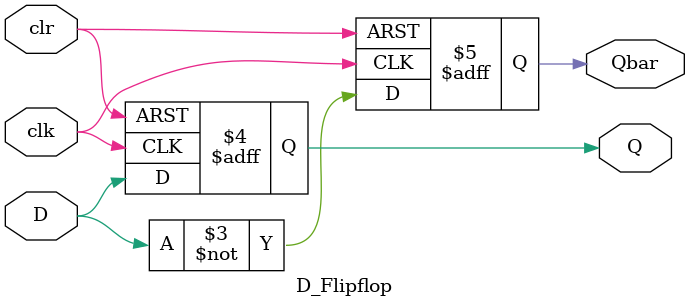
<source format=v>
`timescale 1ns / 1ps


module D_Flipflop(
    input clk,
    input clr,
    input D,
    output reg Q,
    output reg Qbar
    );
    always @ (posedge clk, negedge clr)
    if (clr==0) begin
    Q<=0;
    Qbar<=1;
    end
    else begin
    Q<=D;
    Qbar=~D;
    end
    
endmodule

</source>
